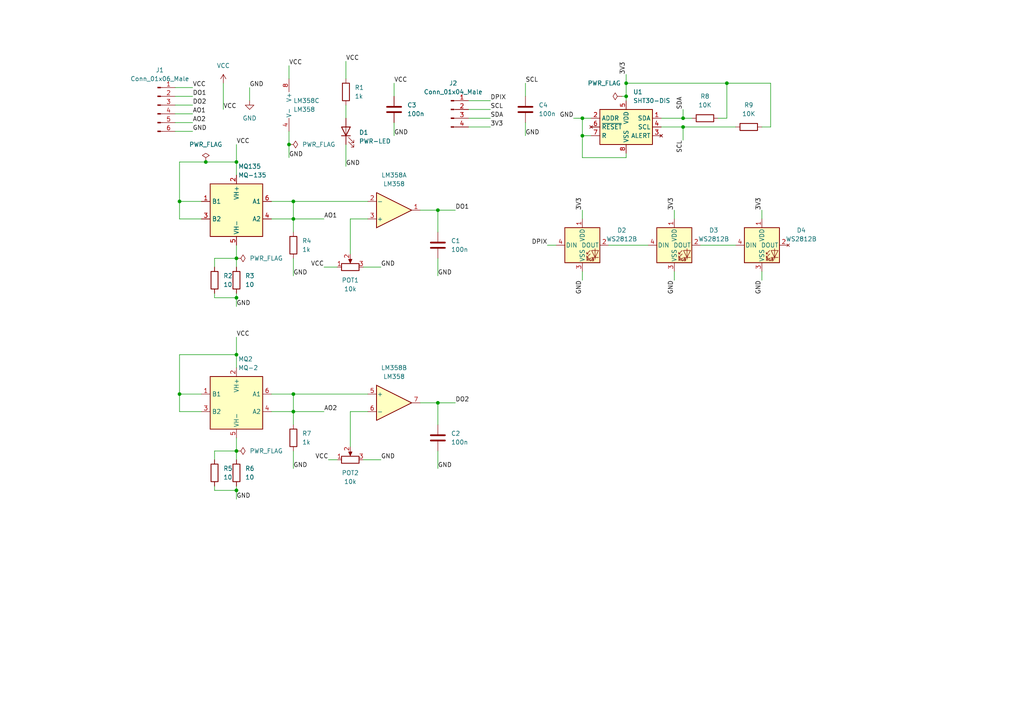
<source format=kicad_sch>
(kicad_sch (version 20211123) (generator eeschema)
  (paper "A4")
  (lib_symbols
    (symbol "Amplifier_Operational:LM358" (pin_names (offset 0.127))
      (property "Reference" "U" (at 0 5.08 0))
      (property "Value" "LM358" (at 0 -5.08 0))
      (symbol "LM358_1_1"
        (polyline (pts (xy -5.08 5.08) (xy 5.08 0) (xy -5.08 -5.08) (xy -5.08 5.08)) (stroke (width 0.254)) (fill (type background)))
        (pin output line (at 7.62 0 180) (length 2.54) (name "~") (number "1"))
        (pin input line (at -7.62 -2.54 0) (length 2.54) (name "-") (number "2"))
        (pin input line (at -7.62 2.54 0) (length 2.54) (name "+") (number "3"))
      )
      (symbol "LM358_2_1"
        (polyline (pts (xy -5.08 5.08) (xy 5.08 0) (xy -5.08 -5.08) (xy -5.08 5.08)) (stroke (width 0.254)) (fill (type background)))
        (pin input line (at -7.62 2.54 0) (length 2.54) (name "+") (number "5"))
        (pin input line (at -7.62 -2.54 0) (length 2.54) (name "-") (number "6"))
        (pin output line (at 7.62 0 180) (length 2.54) (name "~") (number "7"))
      )
      (symbol "LM358_3_1"
        (pin power_in line (at -2.54 -7.62 90) (length 3.81) (name "V-") (number "4"))
        (pin power_in line (at -2.54 7.62 270) (length 3.81) (name "V+") (number "8"))
      )
    )
    (symbol "Connector:Conn_01x04_Male" (pin_names (offset 1.016) hide)
      (property "Reference" "J" (at 0 5.08 0))
      (property "Value" "Conn_01x04_Male" (at 0 -7.62 0))
      (symbol "Conn_01x04_Male_1_1"
        (polyline (pts (xy 1.27 -5.08) (xy 0.8636 -5.08)) (stroke (width 0.1524)))
        (polyline (pts (xy 1.27 -2.54) (xy 0.8636 -2.54)) (stroke (width 0.1524)))
        (polyline (pts (xy 1.27 0) (xy 0.8636 0)) (stroke (width 0.1524)))
        (polyline (pts (xy 1.27 2.54) (xy 0.8636 2.54)) (stroke (width 0.1524)))
        (rectangle (start 0.8636 -4.953) (end 0 -5.207) (stroke (width 0.1524)) (fill (type outline)))
        (rectangle (start 0.8636 -2.413) (end 0 -2.667) (stroke (width 0.1524)) (fill (type outline)))
        (rectangle (start 0.8636 0.127) (end 0 -0.127) (stroke (width 0.1524)) (fill (type outline)))
        (rectangle (start 0.8636 2.667) (end 0 2.413) (stroke (width 0.1524)) (fill (type outline)))
        (pin passive line (at 5.08 2.54 180) (length 3.81) (name "Pin_1") (number "1"))
        (pin passive line (at 5.08 0 180) (length 3.81) (name "Pin_2") (number "2"))
        (pin passive line (at 5.08 -2.54 180) (length 3.81) (name "Pin_3") (number "3"))
        (pin passive line (at 5.08 -5.08 180) (length 3.81) (name "Pin_4") (number "4"))
      )
    )
    (symbol "Connector:Conn_01x06_Male" (pin_names (offset 1.016) hide)
      (property "Reference" "J" (at 0 7.62 0))
      (property "Value" "Conn_01x06_Male" (at 0 -10.16 0))
      (symbol "Conn_01x06_Male_1_1"
        (polyline (pts (xy 1.27 -7.62) (xy 0.8636 -7.62)) (stroke (width 0.1524)))
        (polyline (pts (xy 1.27 -5.08) (xy 0.8636 -5.08)) (stroke (width 0.1524)))
        (polyline (pts (xy 1.27 -2.54) (xy 0.8636 -2.54)) (stroke (width 0.1524)))
        (polyline (pts (xy 1.27 0) (xy 0.8636 0)) (stroke (width 0.1524)))
        (polyline (pts (xy 1.27 2.54) (xy 0.8636 2.54)) (stroke (width 0.1524)))
        (polyline (pts (xy 1.27 5.08) (xy 0.8636 5.08)) (stroke (width 0.1524)))
        (rectangle (start 0.8636 -7.493) (end 0 -7.747) (stroke (width 0.1524)) (fill (type outline)))
        (rectangle (start 0.8636 -4.953) (end 0 -5.207) (stroke (width 0.1524)) (fill (type outline)))
        (rectangle (start 0.8636 -2.413) (end 0 -2.667) (stroke (width 0.1524)) (fill (type outline)))
        (rectangle (start 0.8636 0.127) (end 0 -0.127) (stroke (width 0.1524)) (fill (type outline)))
        (rectangle (start 0.8636 2.667) (end 0 2.413) (stroke (width 0.1524)) (fill (type outline)))
        (rectangle (start 0.8636 5.207) (end 0 4.953) (stroke (width 0.1524)) (fill (type outline)))
        (pin passive line (at 5.08 5.08 180) (length 3.81) (name "Pin_1") (number "1"))
        (pin passive line (at 5.08 2.54 180) (length 3.81) (name "Pin_2") (number "2"))
        (pin passive line (at 5.08 0 180) (length 3.81) (name "Pin_3") (number "3"))
        (pin passive line (at 5.08 -2.54 180) (length 3.81) (name "Pin_4") (number "4"))
        (pin passive line (at 5.08 -5.08 180) (length 3.81) (name "Pin_5") (number "5"))
        (pin passive line (at 5.08 -7.62 180) (length 3.81) (name "Pin_6") (number "6"))
      )
    )
    (symbol "Device:C" (pin_numbers hide) (pin_names (offset 0.254))
      (property "Reference" "C" (at 0.635 2.54 0))
      (property "Value" "C" (at 0.635 -2.54 0))
      (symbol "C_0_1"
        (polyline (pts (xy -2.032 -0.762) (xy 2.032 -0.762)) (stroke (width 0.508)))
        (polyline (pts (xy -2.032 0.762) (xy 2.032 0.762)) (stroke (width 0.508)))
      )
      (symbol "C_1_1"
        (pin passive line (at 0 3.81 270) (length 2.794) (name "~") (number "1"))
        (pin passive line (at 0 -3.81 90) (length 2.794) (name "~") (number "2"))
      )
    )
    (symbol "Device:LED" (pin_numbers hide) (pin_names (offset 1.016) hide)
      (property "Reference" "D" (at 0 2.54 0))
      (property "Value" "LED" (at 0 -2.54 0))
      (symbol "LED_0_1"
        (polyline (pts (xy -1.27 -1.27) (xy -1.27 1.27)) (stroke (width 0.254)))
        (polyline (pts (xy -1.27 0) (xy 1.27 0)))
        (polyline (pts (xy 1.27 -1.27) (xy 1.27 1.27) (xy -1.27 0) (xy 1.27 -1.27)) (stroke (width 0.254)))
        (polyline (pts (xy -3.048 -0.762) (xy -4.572 -2.286) (xy -3.81 -2.286) (xy -4.572 -2.286) (xy -4.572 -1.524)))
        (polyline (pts (xy -1.778 -0.762) (xy -3.302 -2.286) (xy -2.54 -2.286) (xy -3.302 -2.286) (xy -3.302 -1.524)))
      )
      (symbol "LED_1_1"
        (pin passive line (at -3.81 0 0) (length 2.54) (name "K") (number "1"))
        (pin passive line (at 3.81 0 180) (length 2.54) (name "A") (number "2"))
      )
    )
    (symbol "Device:R" (pin_numbers hide) (pin_names (offset 0))
      (property "Reference" "R" (at 2.032 0 90))
      (property "Value" "R" (at 0 0 90))
      (symbol "R_0_1"
        (rectangle (start -1.016 -2.54) (end 1.016 2.54) (stroke (width 0.254)))
      )
      (symbol "R_1_1"
        (pin passive line (at 0 3.81 270) (length 1.27) (name "~") (number "1"))
        (pin passive line (at 0 -3.81 90) (length 1.27) (name "~") (number "2"))
      )
    )
    (symbol "Device:R_Potentiometer" (pin_names (offset 1.016) hide)
      (property "Reference" "RV" (at -4.445 0 90))
      (property "Value" "R_Potentiometer" (at -2.54 0 90))
      (symbol "R_Potentiometer_0_1"
        (polyline (pts (xy 2.54 0) (xy 1.524 0)))
        (polyline (pts (xy 1.143 0) (xy 2.286 0.508) (xy 2.286 -0.508) (xy 1.143 0)) (fill (type outline)))
        (rectangle (start 1.016 2.54) (end -1.016 -2.54) (stroke (width 0.254)))
      )
      (symbol "R_Potentiometer_1_1"
        (pin passive line (at 0 3.81 270) (length 1.27) (name "1") (number "1"))
        (pin passive line (at 3.81 0 180) (length 1.27) (name "2") (number "2"))
        (pin passive line (at 0 -3.81 90) (length 1.27) (name "3") (number "3"))
      )
    )
    (symbol "LED:WS2812B" (pin_names (offset 0.254))
      (property "Reference" "D" (at 5.08 5.715 0))
      (property "Value" "WS2812B" (at 1.27 -5.715 0))
      (symbol "WS2812B_0_0"
        (text "RGB" (at 2.286 -4.191 0) (effects (font (size 0.762 0.762))))
      )
      (symbol "WS2812B_0_1"
        (polyline (pts (xy 1.27 -3.556) (xy 1.778 -3.556)))
        (polyline (pts (xy 1.27 -2.54) (xy 1.778 -2.54)))
        (polyline (pts (xy 4.699 -3.556) (xy 2.667 -3.556)))
        (polyline (pts (xy 2.286 -2.54) (xy 1.27 -3.556) (xy 1.27 -3.048)))
        (polyline (pts (xy 2.286 -1.524) (xy 1.27 -2.54) (xy 1.27 -2.032)))
        (polyline (pts (xy 3.683 -1.016) (xy 3.683 -3.556) (xy 3.683 -4.064)))
        (polyline (pts (xy 4.699 -1.524) (xy 2.667 -1.524) (xy 3.683 -3.556) (xy 4.699 -1.524)))
        (rectangle (start 5.08 5.08) (end -5.08 -5.08) (stroke (width 0.254)) (fill (type background)))
      )
      (symbol "WS2812B_1_1"
        (pin power_in line (at 0 7.62 270) (length 2.54) (name "VDD") (number "1"))
        (pin output line (at 7.62 0 180) (length 2.54) (name "DOUT") (number "2"))
        (pin power_in line (at 0 -7.62 90) (length 2.54) (name "VSS") (number "3"))
        (pin input line (at -7.62 0 0) (length 2.54) (name "DIN") (number "4"))
      )
    )
    (symbol "Sensor_Gas:MQ-6"
      (property "Reference" "U" (at -6.35 8.89 0))
      (property "Value" "MQ-6" (at 3.81 8.89 0))
      (symbol "MQ-6_0_1"
        (rectangle (start -7.62 7.62) (end 7.62 -7.62) (stroke (width 0.254)) (fill (type background)))
      )
      (symbol "MQ-6_1_1"
        (pin passive line (at 10.16 2.54 180) (length 2.54) (name "B1") (number "1"))
        (pin power_in line (at 0 10.16 270) (length 2.54) (name "VH+") (number "2"))
        (pin passive line (at 10.16 -2.54 180) (length 2.54) (name "B2") (number "3"))
        (pin passive line (at -10.16 -2.54 0) (length 2.54) (name "A2") (number "4"))
        (pin power_in line (at 0 -10.16 90) (length 2.54) (name "VH-") (number "5"))
        (pin passive line (at -10.16 2.54 0) (length 2.54) (name "A1") (number "6"))
      )
    )
    (symbol "Sensor_Humidity:SHT30-DIS"
      (property "Reference" "U1" (at 2.0194 10.16 0))
      (property "Value" "SHT30-DIS" (at 2.0194 7.62 0))
      (symbol "SHT30-DIS_0_1"
        (rectangle (start -7.62 5.08) (end 7.62 -5.08) (stroke (width 0.254)) (fill (type background)))
      )
      (symbol "SHT30-DIS_1_1"
        (pin bidirectional line (at 10.16 2.54 180) (length 2.54) (name "SDA") (number "1"))
        (pin input line (at -10.16 2.54 0) (length 2.54) (name "ADDR") (number "2"))
        (pin no_connect line (at 10.16 -2.54 180) (length 2.54) (name "ALERT") (number "3"))
        (pin input line (at 10.16 0 180) (length 2.54) (name "SCL") (number "4"))
        (pin power_in line (at 0 7.62 270) (length 2.54) (name "VDD") (number "5"))
        (pin no_connect line (at -10.16 0 0) (length 2.54) (name "~{RESET}") (number "6"))
        (pin passive line (at -10.16 -2.54 0) (length 2.54) (name "R") (number "7"))
        (pin power_in line (at 0 -7.62 90) (length 2.54) (name "VSS") (number "8"))
        (pin passive line (at 0 -7.62 90) (length 2.54) hide (name "VSS") (number "9"))
      )
    )
    (symbol "WS2812B_1" (pin_names (offset 0.254))
      (property "Reference" "D4" (at 11.43 4.3307 0))
      (property "Value" "WS2812B_1" (at 11.43 1.7907 0))
      (symbol "WS2812B_1_0_0"
        (text "RGB" (at 2.286 -4.191 0) (effects (font (size 0.762 0.762))))
      )
      (symbol "WS2812B_1_0_1"
        (polyline (pts (xy 1.27 -3.556) (xy 1.778 -3.556)))
        (polyline (pts (xy 1.27 -2.54) (xy 1.778 -2.54)))
        (polyline (pts (xy 4.699 -3.556) (xy 2.667 -3.556)))
        (polyline (pts (xy 2.286 -2.54) (xy 1.27 -3.556) (xy 1.27 -3.048)))
        (polyline (pts (xy 2.286 -1.524) (xy 1.27 -2.54) (xy 1.27 -2.032)))
        (polyline (pts (xy 3.683 -1.016) (xy 3.683 -3.556) (xy 3.683 -4.064)))
        (polyline (pts (xy 4.699 -1.524) (xy 2.667 -1.524) (xy 3.683 -3.556) (xy 4.699 -1.524)))
        (rectangle (start 5.08 5.08) (end -5.08 -5.08) (stroke (width 0.254)) (fill (type background)))
      )
      (symbol "WS2812B_1_1_1"
        (pin power_in line (at 0 7.62 270) (length 2.54) (name "VDD") (number "1"))
        (pin no_connect line (at 7.62 0 180) (length 2.54) (name "DOUT") (number "2"))
        (pin power_in line (at 0 -7.62 90) (length 2.54) (name "VSS") (number "3"))
        (pin input line (at -7.62 0 0) (length 2.54) (name "DIN") (number "4"))
      )
    )
    (symbol "power:GND" (power) (pin_names (offset 0))
      (property "Value" "GND" (at 0 -3.81 0))
      (symbol "GND_0_1"
        (polyline (pts (xy 0 0) (xy 0 -1.27) (xy 1.27 -1.27) (xy 0 -2.54) (xy -1.27 -1.27) (xy 0 -1.27)))
      )
      (symbol "GND_1_1"
        (pin power_in line (at 0 0 270) (length 0) hide (name "GND") (number "1"))
      )
    )
    (symbol "power:PWR_FLAG" (power) (pin_numbers hide) (pin_names (offset 0) hide)
      (property "Value" "PWR_FLAG" (at 0 3.81 0))
      (symbol "PWR_FLAG_0_0"
        (pin power_out line (at 0 0 90) (length 0) (name "pwr") (number "1"))
      )
      (symbol "PWR_FLAG_0_1"
        (polyline (pts (xy 0 0) (xy 0 1.27) (xy -1.016 1.905) (xy 0 2.54) (xy 1.016 1.905) (xy 0 1.27)))
      )
    )
    (symbol "power:VCC" (power) (pin_names (offset 0))
      (property "Value" "VCC" (at 0 3.81 0))
      (symbol "VCC_0_1"
        (polyline (pts (xy -0.762 1.27) (xy 0 2.54)))
        (polyline (pts (xy 0 0) (xy 0 2.54)))
        (polyline (pts (xy 0 2.54) (xy 0.762 1.27)))
      )
      (symbol "VCC_1_1"
        (pin power_in line (at 0 0 90) (length 0) hide (name "VCC") (number "1"))
      )
    )
  )
  (junction (at 168.91 34.29))
  (junction (at 52.07 58.42))
  (junction (at 68.58 130.81))
  (junction (at 85.09 114.3))
  (junction (at 127 116.84))
  (junction (at 85.09 119.38))
  (junction (at 68.58 142.24))
  (junction (at 59.69 46.99))
  (junction (at 83.82 41.91))
  (junction (at 68.58 102.87))
  (junction (at 181.61 27.94))
  (junction (at 85.09 58.42))
  (junction (at 168.91 39.37))
  (junction (at 68.58 46.99))
  (junction (at 127 60.96))
  (junction (at 85.09 63.5))
  (junction (at 68.58 86.36))
  (junction (at 198.12 34.29))
  (junction (at 210.82 24.13))
  (junction (at 198.12 36.83))
  (junction (at 68.58 74.93))
  (junction (at 181.61 24.13))
  (junction (at 52.07 114.3))
  (wire (pts (xy 121.92 116.84) (xy 127 116.84)))
  (wire (pts (xy 83.82 19.05) (xy 83.82 22.86)))
  (wire (pts (xy 62.23 86.36) (xy 68.58 86.36)))
  (wire (pts (xy 62.23 74.93) (xy 68.58 74.93)))
  (wire (pts (xy 62.23 130.81) (xy 68.58 130.81)))
  (wire (pts (xy 142.24 34.29) (xy 135.89 34.29)))
  (wire (pts (xy 105.41 133.35) (xy 110.49 133.35)))
  (wire (pts (xy 101.6 119.38) (xy 106.68 119.38)))
  (wire (pts (xy 127 74.93) (xy 127 80.01)))
  (wire (pts (xy 220.98 81.28) (xy 220.98 78.74)))
  (wire (pts (xy 55.88 35.56) (xy 50.8 35.56)))
  (wire (pts (xy 168.91 81.28) (xy 168.91 78.74)))
  (wire (pts (xy 101.6 73.66) (xy 101.6 63.5)))
  (wire (pts (xy 127 60.96) (xy 132.08 60.96)))
  (wire (pts (xy 85.09 130.81) (xy 85.09 135.89)))
  (wire (pts (xy 83.82 41.91) (xy 83.82 45.72)))
  (wire (pts (xy 62.23 142.24) (xy 68.58 142.24)))
  (wire (pts (xy 181.61 44.45) (xy 181.61 45.72)))
  (wire (pts (xy 101.6 63.5) (xy 106.68 63.5)))
  (wire (pts (xy 55.88 25.4) (xy 50.8 25.4)))
  (wire (pts (xy 78.74 58.42) (xy 85.09 58.42)))
  (wire (pts (xy 127 130.81) (xy 127 135.89)))
  (wire (pts (xy 191.77 34.29) (xy 198.12 34.29)))
  (wire (pts (xy 195.58 60.96) (xy 195.58 63.5)))
  (wire (pts (xy 85.09 58.42) (xy 85.09 63.5)))
  (wire (pts (xy 135.89 31.75) (xy 142.24 31.75)))
  (wire (pts (xy 52.07 119.38) (xy 52.07 114.3)))
  (wire (pts (xy 85.09 119.38) (xy 85.09 123.19)))
  (wire (pts (xy 114.3 39.37) (xy 114.3 35.56)))
  (wire (pts (xy 152.4 24.13) (xy 152.4 27.94)))
  (wire (pts (xy 68.58 85.09) (xy 68.58 86.36)))
  (wire (pts (xy 198.12 31.75) (xy 198.12 34.29)))
  (wire (pts (xy 59.69 46.99) (xy 68.58 46.99)))
  (wire (pts (xy 100.33 17.78) (xy 100.33 22.86)))
  (wire (pts (xy 142.24 36.83) (xy 135.89 36.83)))
  (wire (pts (xy 127 116.84) (xy 132.08 116.84)))
  (wire (pts (xy 55.88 27.94) (xy 50.8 27.94)))
  (wire (pts (xy 78.74 114.3) (xy 85.09 114.3)))
  (wire (pts (xy 68.58 46.99) (xy 68.58 50.8)))
  (wire (pts (xy 58.42 119.38) (xy 52.07 119.38)))
  (wire (pts (xy 168.91 39.37) (xy 171.45 39.37)))
  (wire (pts (xy 198.12 36.83) (xy 213.36 36.83)))
  (wire (pts (xy 168.91 45.72) (xy 168.91 39.37)))
  (wire (pts (xy 210.82 24.13) (xy 223.52 24.13)))
  (wire (pts (xy 62.23 133.35) (xy 62.23 130.81)))
  (wire (pts (xy 158.75 71.12) (xy 161.29 71.12)))
  (wire (pts (xy 181.61 45.72) (xy 168.91 45.72)))
  (wire (pts (xy 210.82 24.13) (xy 210.82 34.29)))
  (wire (pts (xy 181.61 27.94) (xy 181.61 29.21)))
  (wire (pts (xy 181.61 24.13) (xy 210.82 24.13)))
  (wire (pts (xy 68.58 86.36) (xy 68.58 88.9)))
  (wire (pts (xy 52.07 58.42) (xy 52.07 46.99)))
  (wire (pts (xy 198.12 34.29) (xy 200.66 34.29)))
  (wire (pts (xy 85.09 63.5) (xy 93.98 63.5)))
  (wire (pts (xy 85.09 114.3) (xy 85.09 119.38)))
  (wire (pts (xy 121.92 60.96) (xy 127 60.96)))
  (wire (pts (xy 58.42 63.5) (xy 52.07 63.5)))
  (wire (pts (xy 62.23 140.97) (xy 62.23 142.24)))
  (wire (pts (xy 101.6 129.54) (xy 101.6 119.38)))
  (wire (pts (xy 181.61 21.59) (xy 181.61 24.13)))
  (wire (pts (xy 203.2 71.12) (xy 213.36 71.12)))
  (wire (pts (xy 100.33 41.91) (xy 100.33 48.26)))
  (wire (pts (xy 93.98 77.47) (xy 97.79 77.47)))
  (wire (pts (xy 168.91 60.96) (xy 168.91 63.5)))
  (wire (pts (xy 55.88 38.1) (xy 50.8 38.1)))
  (wire (pts (xy 64.77 24.13) (xy 64.77 31.75)))
  (wire (pts (xy 85.09 74.93) (xy 85.09 80.01)))
  (wire (pts (xy 68.58 127) (xy 68.58 130.81)))
  (wire (pts (xy 68.58 140.97) (xy 68.58 142.24)))
  (wire (pts (xy 83.82 38.1) (xy 83.82 41.91)))
  (wire (pts (xy 95.25 133.35) (xy 97.79 133.35)))
  (wire (pts (xy 52.07 114.3) (xy 52.07 102.87)))
  (wire (pts (xy 55.88 33.02) (xy 50.8 33.02)))
  (wire (pts (xy 105.41 77.47) (xy 110.49 77.47)))
  (wire (pts (xy 68.58 102.87) (xy 68.58 106.68)))
  (wire (pts (xy 181.61 24.13) (xy 181.61 27.94)))
  (wire (pts (xy 168.91 34.29) (xy 171.45 34.29)))
  (wire (pts (xy 85.09 63.5) (xy 85.09 67.31)))
  (wire (pts (xy 68.58 71.12) (xy 68.58 74.93)))
  (wire (pts (xy 72.39 25.4) (xy 72.39 29.21)))
  (wire (pts (xy 220.98 60.96) (xy 220.98 63.5)))
  (wire (pts (xy 191.77 36.83) (xy 198.12 36.83)))
  (wire (pts (xy 223.52 36.83) (xy 220.98 36.83)))
  (wire (pts (xy 52.07 58.42) (xy 58.42 58.42)))
  (wire (pts (xy 198.12 36.83) (xy 198.12 40.64)))
  (wire (pts (xy 52.07 63.5) (xy 52.07 58.42)))
  (wire (pts (xy 106.68 114.3) (xy 85.09 114.3)))
  (wire (pts (xy 127 60.96) (xy 127 67.31)))
  (wire (pts (xy 100.33 30.48) (xy 100.33 34.29)))
  (wire (pts (xy 68.58 74.93) (xy 68.58 77.47)))
  (wire (pts (xy 114.3 24.13) (xy 114.3 27.94)))
  (wire (pts (xy 168.91 39.37) (xy 168.91 34.29)))
  (wire (pts (xy 142.24 29.21) (xy 135.89 29.21)))
  (wire (pts (xy 68.58 130.81) (xy 68.58 133.35)))
  (wire (pts (xy 68.58 142.24) (xy 68.58 144.78)))
  (wire (pts (xy 166.37 34.29) (xy 168.91 34.29)))
  (wire (pts (xy 62.23 77.47) (xy 62.23 74.93)))
  (wire (pts (xy 55.88 30.48) (xy 50.8 30.48)))
  (wire (pts (xy 223.52 24.13) (xy 223.52 36.83)))
  (wire (pts (xy 78.74 63.5) (xy 85.09 63.5)))
  (wire (pts (xy 85.09 58.42) (xy 106.68 58.42)))
  (wire (pts (xy 152.4 39.37) (xy 152.4 35.56)))
  (wire (pts (xy 52.07 102.87) (xy 68.58 102.87)))
  (wire (pts (xy 78.74 119.38) (xy 85.09 119.38)))
  (wire (pts (xy 62.23 85.09) (xy 62.23 86.36)))
  (wire (pts (xy 85.09 119.38) (xy 93.98 119.38)))
  (wire (pts (xy 68.58 41.91) (xy 68.58 46.99)))
  (wire (pts (xy 208.28 34.29) (xy 210.82 34.29)))
  (wire (pts (xy 176.53 71.12) (xy 187.96 71.12)))
  (wire (pts (xy 52.07 46.99) (xy 59.69 46.99)))
  (wire (pts (xy 68.58 97.79) (xy 68.58 102.87)))
  (wire (pts (xy 52.07 114.3) (xy 58.42 114.3)))
  (wire (pts (xy 195.58 81.28) (xy 195.58 78.74)))
  (wire (pts (xy 127 116.84) (xy 127 123.19)))
  (wire (pts (xy 180.34 27.94) (xy 181.61 27.94)))
  (label "GND" (at 68.58 144.78 0))
  (label "GND" (at 114.3 39.37 0))
  (label "GND" (at 152.4 39.37 0))
  (label "GND" (at 85.09 135.89 0))
  (label "VCC" (at 68.58 97.79 0))
  (label "3V3" (at 195.58 60.96 90))
  (label "VCC" (at 100.33 17.78 0))
  (label "VCC" (at 114.3 24.13 0))
  (label "VCC" (at 93.98 77.47 180))
  (label "DPIX" (at 142.24 29.21 0))
  (label "GND" (at 85.09 80.01 0))
  (label "SCL" (at 198.12 40.64 270))
  (label "GND" (at 68.58 88.9 0))
  (label "VCC" (at 83.82 19.05 0))
  (label "GND" (at 100.33 48.26 0))
  (label "SDA" (at 198.12 31.75 90))
  (label "VCC" (at 64.77 31.75 0))
  (label "VCC" (at 95.25 133.35 180))
  (label "AO1" (at 93.98 63.5 0))
  (label "DO2" (at 132.08 116.84 0))
  (label "GND" (at 127 135.89 0))
  (label "SDA" (at 142.24 34.29 0))
  (label "AO2" (at 93.98 119.38 0))
  (label "3V3" (at 168.91 60.96 90))
  (label "3V3" (at 220.98 60.96 90))
  (label "AO2" (at 55.88 35.56 0))
  (label "3V3" (at 142.24 36.83 0))
  (label "GND" (at 127 80.01 0))
  (label "DO1" (at 132.08 60.96 0))
  (label "GND" (at 55.88 38.1 0))
  (label "SCL" (at 152.4 24.13 0))
  (label "VCC" (at 55.88 25.4 0))
  (label "AO1" (at 55.88 33.02 0))
  (label "VCC" (at 68.58 41.91 0))
  (label "GND" (at 83.82 45.72 0))
  (label "GND" (at 220.98 81.28 270))
  (label "GND" (at 110.49 77.47 0))
  (label "GND" (at 72.39 25.4 0))
  (label "DO2" (at 55.88 30.48 0))
  (label "GND" (at 195.58 81.28 270))
  (label "DO1" (at 55.88 27.94 0))
  (label "SCL" (at 142.24 31.75 0))
  (label "GND" (at 110.49 133.35 0))
  (label "GND" (at 166.37 34.29 180))
  (label "GND" (at 168.91 81.28 270))
  (label "DPIX" (at 158.75 71.12 180))
  (label "3V3" (at 181.61 21.59 90))
  (symbol (lib_id "power:GND") (at 72.39 29.21 0) (unit 1)
    (property "Reference" "#PWR02" (effects hide))
    (property "Value" "GND" (at 72.39 34.29 0))
  )
  (symbol (lib_id "Amplifier_Operational:LM358") (at 86.36 30.48 0) (unit 3)
    (property "Reference" "LM358" (at 85.09 29.2099 0) (effects (justify left)))
    (property "Value" "LM358" (at 85.09 31.7499 0) (effects (justify left)))
    (property "Footprint" "Package_DIP:DIP-8_W7.62mm_LongPads" (effects hide))
    (property "Datasheet" "http://www.ti.com/lit/ds/symlink/lm2904-n.pdf" (effects hide))
  )
  (symbol (lib_id "Device:C") (at 127 71.12 0) (unit 1)
    (property "Reference" "C1" (at 130.81 69.8499 0) (effects (justify left)))
    (property "Value" "100n" (at 130.81 72.3899 0) (effects (justify left)))
    (property "Footprint" "Capacitor_SMD:C_1206_3216Metric_Pad1.33x1.80mm_HandSolder" (effects hide))
  )
  (symbol (lib_id "power:PWR_FLAG") (at 180.34 27.94 90) (unit 1)
    (property "Reference" "#FLG0106" (effects hide))
    (property "Value" "PWR_FLAG" (at 175.26 24.13 90))
  )
  (symbol (lib_id "power:PWR_FLAG") (at 59.69 46.99 0) (unit 1)
    (property "Reference" "#FLG0101" (effects hide))
    (property "Value" "PWR_FLAG" (at 59.69 41.91 0))
  )
  (symbol (lib_id "Device:R") (at 85.09 71.12 0) (unit 1)
    (property "Reference" "R4" (at 87.63 69.8499 0) (effects (justify left)))
    (property "Value" "1k" (at 87.63 72.3899 0) (effects (justify left)))
    (property "Footprint" "Resistor_SMD:R_1206_3216Metric_Pad1.30x1.75mm_HandSolder" (effects hide))
  )
  (symbol (lib_id "Sensor_Gas:MQ-6") (at 68.58 116.84 0) (mirror y) (unit 1)
    (property "Reference" "MQ2" (at 69.1006 104.14 0) (effects (justify right)))
    (property "Value" "MQ-2" (at 69.1006 106.68 0) (effects (justify right)))
    (property "Footprint" "Sensor:MQ-6" (effects hide))
    (property "Datasheet" "https://www.winsen-sensor.com/d/files/semiconductor/mq-6.pdf" (effects hide))
  )
  (symbol (lib_id "Device:C") (at 152.4 31.75 0) (unit 1)
    (property "Reference" "C4" (at 156.21 30.4799 0) (effects (justify left)))
    (property "Value" "100n" (at 156.21 33.0199 0) (effects (justify left)))
    (property "Footprint" "Capacitor_SMD:C_1206_3216Metric_Pad1.33x1.80mm_HandSolder" (effects hide))
  )
  (symbol (lib_id "Device:LED") (at 100.33 38.1 90) (unit 1)
    (property "Reference" "D1" (at 104.14 38.4174 90) (effects (justify right)))
    (property "Value" "PWR-LED" (at 104.14 40.9574 90) (effects (justify right)))
    (property "Footprint" "LED_SMD:LED_1206_3216Metric_Pad1.42x1.75mm_HandSolder" (effects hide))
  )
  (symbol (lib_id "Device:C") (at 127 127 0) (unit 1)
    (property "Reference" "C2" (at 130.81 125.7299 0) (effects (justify left)))
    (property "Value" "100n" (at 130.81 128.2699 0) (effects (justify left)))
    (property "Footprint" "Capacitor_SMD:C_1206_3216Metric_Pad1.33x1.80mm_HandSolder" (effects hide))
  )
  (symbol (lib_id "Device:R") (at 217.17 36.83 270) (unit 1)
    (property "Reference" "R9" (at 217.17 30.48 90))
    (property "Value" "10K" (at 217.17 33.02 90))
    (property "Footprint" "Resistor_SMD:R_1206_3216Metric_Pad1.30x1.75mm_HandSolder" (effects hide))
  )
  (symbol (lib_id "Device:R_Potentiometer") (at 101.6 77.47 90) (unit 1)
    (property "Reference" "POT1" (at 101.6 81.28 90))
    (property "Value" "10k" (at 101.6 83.82 90))
    (property "Footprint" "Potentiometer_THT:Potentiometer_Bourns_3296W_Vertical" (effects hide))
  )
  (symbol (lib_id "Amplifier_Operational:LM358") (at 114.3 116.84 0) (unit 2)
    (property "Reference" "LM358" (at 114.3 106.68 0))
    (property "Value" "LM358" (at 114.3 109.22 0))
    (property "Footprint" "Package_DIP:DIP-8_W7.62mm_LongPads" (effects hide))
    (property "Datasheet" "http://www.ti.com/lit/ds/symlink/lm2904-n.pdf" (effects hide))
  )
  (symbol (lib_id "Device:R") (at 204.47 34.29 270) (unit 1)
    (property "Reference" "R8" (at 204.47 27.94 90))
    (property "Value" "10K" (at 204.47 30.48 90))
    (property "Footprint" "Resistor_SMD:R_1206_3216Metric_Pad1.30x1.75mm_HandSolder" (effects hide))
  )
  (symbol (lib_id "Sensor_Gas:MQ-6") (at 68.58 60.96 0) (mirror y) (unit 1)
    (property "Reference" "MQ135" (at 69.1006 48.26 0) (effects (justify right)))
    (property "Value" "MQ-135" (at 69.1006 50.8 0) (effects (justify right)))
    (property "Footprint" "Sensor:MQ-6" (effects hide))
    (property "Datasheet" "https://www.winsen-sensor.com/d/files/semiconductor/mq-6.pdf" (effects hide))
  )
  (symbol (lib_id "power:VCC") (at 64.77 24.13 0) (unit 1)
    (property "Reference" "#PWR01" (effects hide))
    (property "Value" "VCC" (at 64.77 19.05 0))
  )
  (symbol (lib_id "Connector:Conn_01x04_Male") (at 130.81 31.75 0) (unit 1)
    (property "Reference" "J2" (at 131.445 24.13 0))
    (property "Value" "Conn_01x04_Male" (at 131.445 26.67 0))
    (property "Footprint" "Connector_JST:JST_EH_B4B-EH-A_1x04_P2.50mm_Vertical" (effects hide))
  )
  (symbol (lib_id "power:PWR_FLAG") (at 83.82 41.91 270) (unit 1)
    (property "Reference" "#FLG0102" (effects hide))
    (property "Value" "PWR_FLAG" (at 87.63 41.9099 90) (effects (justify left)))
  )
  (symbol (lib_id "Device:R") (at 68.58 137.16 0) (unit 1)
    (property "Reference" "R6" (at 71.12 135.8899 0) (effects (justify left)))
    (property "Value" "10" (at 71.12 138.4299 0) (effects (justify left)))
    (property "Footprint" "Resistor_SMD:R_1206_3216Metric_Pad1.30x1.75mm_HandSolder" (effects hide))
  )
  (symbol (lib_id "LED:WS2812B") (at 195.58 71.12 0) (unit 1)
    (property "Reference" "D3" (at 207.01 66.7893 0))
    (property "Value" "WS2812B" (at 207.01 69.3293 0))
    (property "Footprint" "LED_SMD:LED_WS2812B_PLCC4_5.0x5.0mm_P3.2mm" (effects hide))
    (property "Datasheet" "https://cdn-shop.adafruit.com/datasheets/WS2812B.pdf" (effects hide))
  )
  (symbol (lib_id "Device:R") (at 62.23 137.16 0) (unit 1)
    (property "Reference" "R5" (at 64.77 135.8899 0) (effects (justify left)))
    (property "Value" "10" (at 64.77 138.4299 0) (effects (justify left)))
    (property "Footprint" "Resistor_SMD:R_1206_3216Metric_Pad1.30x1.75mm_HandSolder" (effects hide))
  )
  (symbol (lib_id "Device:C") (at 114.3 31.75 0) (unit 1)
    (property "Reference" "C3" (at 118.11 30.4799 0) (effects (justify left)))
    (property "Value" "100n" (at 118.11 33.0199 0) (effects (justify left)))
    (property "Footprint" "Capacitor_SMD:C_1206_3216Metric_Pad1.33x1.80mm_HandSolder" (effects hide))
  )
  (symbol (lib_id "Amplifier_Operational:LM358") (at 114.3 60.96 0) (mirror x) (unit 1)
    (property "Reference" "LM358" (at 114.3 50.8 0))
    (property "Value" "LM358" (at 114.3 53.34 0))
    (property "Footprint" "Package_DIP:DIP-8_W7.62mm_LongPads" (effects hide))
    (property "Datasheet" "http://www.ti.com/lit/ds/symlink/lm2904-n.pdf" (effects hide))
  )
  (symbol (lib_id "power:PWR_FLAG") (at 68.58 74.93 270) (unit 1)
    (property "Reference" "#FLG0103" (effects hide))
    (property "Value" "PWR_FLAG" (at 72.39 74.9299 90) (effects (justify left)))
  )
  (symbol (lib_id "Device:R") (at 85.09 127 0) (unit 1)
    (property "Reference" "R7" (at 87.63 125.7299 0) (effects (justify left)))
    (property "Value" "1k" (at 87.63 128.2699 0) (effects (justify left)))
    (property "Footprint" "Resistor_SMD:R_1206_3216Metric_Pad1.30x1.75mm_HandSolder" (effects hide))
  )
  (symbol (lib_id "power:PWR_FLAG") (at 68.58 130.81 270) (unit 1)
    (property "Reference" "#FLG0104" (effects hide))
    (property "Value" "PWR_FLAG" (at 72.39 130.8099 90) (effects (justify left)))
  )
  (symbol (lib_id "Device:R") (at 100.33 26.67 0) (unit 1)
    (property "Reference" "R1" (at 102.87 25.3999 0) (effects (justify left)))
    (property "Value" "1k" (at 102.87 27.9399 0) (effects (justify left)))
    (property "Footprint" "Resistor_SMD:R_1206_3216Metric_Pad1.30x1.75mm_HandSolder" (effects hide))
  )
  (symbol (lib_id "Device:R") (at 68.58 81.28 0) (unit 1)
    (property "Reference" "R3" (at 71.12 80.0099 0) (effects (justify left)))
    (property "Value" "10" (at 71.12 82.5499 0) (effects (justify left)))
    (property "Footprint" "Resistor_SMD:R_1206_3216Metric_Pad1.30x1.75mm_HandSolder" (effects hide))
  )
  (symbol (lib_id "LED:WS2812B") (at 168.91 71.12 0) (unit 1)
    (property "Reference" "D2" (at 180.34 66.7893 0))
    (property "Value" "WS2812B" (at 180.34 69.3293 0))
    (property "Footprint" "LED_SMD:LED_WS2812B_PLCC4_5.0x5.0mm_P3.2mm" (effects hide))
    (property "Datasheet" "https://cdn-shop.adafruit.com/datasheets/WS2812B.pdf" (effects hide))
  )
  (symbol (lib_name "WS2812B_1") (lib_id "LED:WS2812B") (at 220.98 71.12 0) (unit 1)
    (property "Reference" "D4" (at 232.41 66.7893 0))
    (property "Value" "WS2812B" (at 232.41 69.3293 0))
    (property "Footprint" "LED_SMD:LED_WS2812B_PLCC4_5.0x5.0mm_P3.2mm" (effects hide))
    (property "Datasheet" "https://cdn-shop.adafruit.com/datasheets/WS2812B.pdf" (effects hide))
  )
  (symbol (lib_id "Device:R") (at 62.23 81.28 0) (unit 1)
    (property "Reference" "R2" (at 64.77 80.0099 0) (effects (justify left)))
    (property "Value" "10" (at 64.77 82.5499 0) (effects (justify left)))
    (property "Footprint" "Resistor_SMD:R_1206_3216Metric_Pad1.30x1.75mm_HandSolder" (effects hide))
  )
  (symbol (lib_id "Sensor_Humidity:SHT30-DIS") (at 181.61 36.83 0) (unit 1)
    (property "Reference" "U1" (at 183.6294 26.67 0) (effects (justify left)))
    (property "Value" "SHT30-DIS" (at 183.6294 29.21 0) (effects (justify left)))
    (property "Footprint" "Sensor_Humidity:Sensirion_DFN-8-1EP_2.5x2.5mm_P0.5mm_EP1.1x1.7mm" (effects hide))
    (property "Datasheet" "https://www.sensirion.com/fileadmin/user_upload/customers/sensirion/Dokumente/2_Humidity_Sensors/Datasheets/Sensirion_Humidity_Sensors_SHT3x_Datasheet_digital.pdf" (effects hide))
  )
  (symbol (lib_id "Connector:Conn_01x06_Male") (at 45.72 30.48 0) (unit 1)
    (property "Reference" "J1" (at 46.355 20.32 0))
    (property "Value" "Conn_01x06_Male" (at 46.355 22.86 0))
    (property "Footprint" "Connector_JST:JST_EH_B6B-EH-A_1x06_P2.50mm_Vertical" (effects hide))
  )
  (symbol (lib_id "Device:R_Potentiometer") (at 101.6 133.35 90) (unit 1)
    (property "Reference" "POT2" (at 101.6 137.16 90))
    (property "Value" "10k" (at 101.6 139.7 90))
    (property "Footprint" "Potentiometer_THT:Potentiometer_Bourns_3296W_Vertical" (effects hide))
  )
)
</source>
